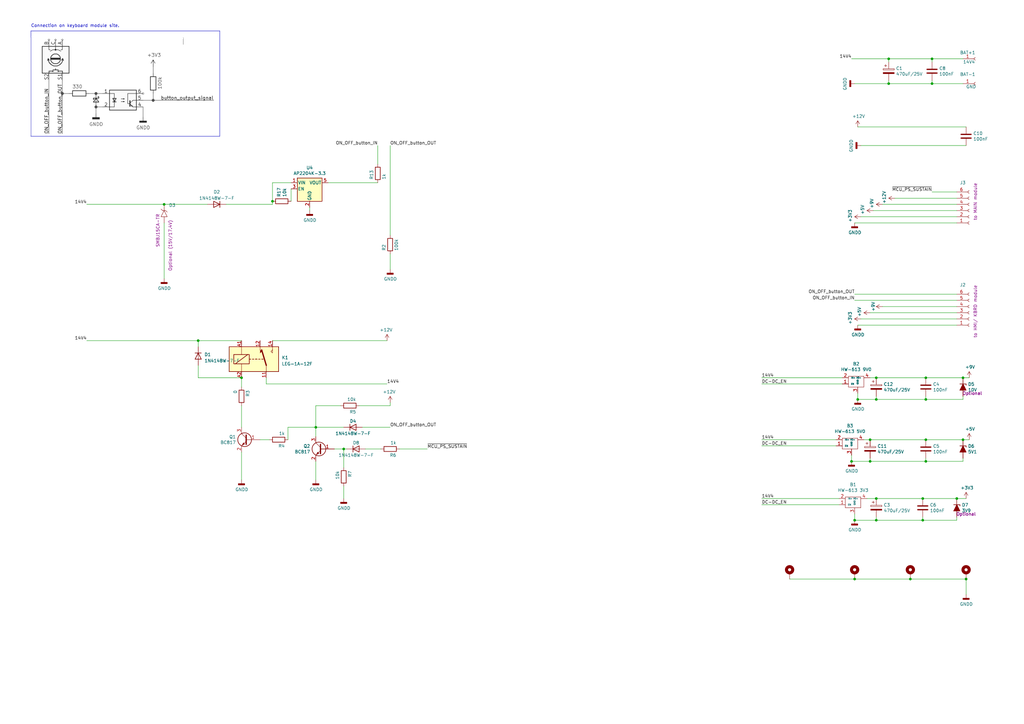
<source format=kicad_sch>
(kicad_sch (version 20230121) (generator eeschema)
  (paper "A3")
  (title_block (title "Power supply") (date "2021-03-03") (rev "1.0") (company "Dawid \"SileliS\" Bańkowski") (comment 1 "d.bankowski@gmail.com"))
  (lib_symbols
    (symbol "Connector:Conn_01x01_Female" (pin_names (offset 1.016) hide)
      (property "Reference" "J" (at 0 2.54 0))
      (property "Value" "Connector_Conn_01x01_Female" (at 0 -2.54 0))
      (symbol "Conn_01x01_Female_1_1"
        (polyline (pts (xy -1.27 0) (xy -0.508 0)) (stroke (width 0.1524)))
        (arc (start 0 0.508) (mid -0.5058 0) (end 0 -0.508) (stroke (width 0.1524)))
        (pin passive line (at -5.08 0 0) (length 3.81) (name "Pin_1") (number "1"))
      )
    )
    (symbol "Connector:Conn_01x06_Female" (pin_names (offset 1.016) hide)
      (property "Reference" "J" (at 0 7.62 0))
      (property "Value" "Connector_Conn_01x06_Female" (at 0 -10.16 0))
      (symbol "Conn_01x06_Female_1_1"
        (arc (start 0 -7.112) (mid -0.5058 -7.62) (end 0 -8.128) (stroke (width 0.1524)))
        (arc (start 0 -4.572) (mid -0.5058 -5.08) (end 0 -5.588) (stroke (width 0.1524)))
        (arc (start 0 -2.032) (mid -0.5058 -2.54) (end 0 -3.048) (stroke (width 0.1524)))
        (polyline (pts (xy -1.27 -7.62) (xy -0.508 -7.62)) (stroke (width 0.1524)))
        (polyline (pts (xy -1.27 -5.08) (xy -0.508 -5.08)) (stroke (width 0.1524)))
        (polyline (pts (xy -1.27 -2.54) (xy -0.508 -2.54)) (stroke (width 0.1524)))
        (polyline (pts (xy -1.27 0) (xy -0.508 0)) (stroke (width 0.1524)))
        (polyline (pts (xy -1.27 2.54) (xy -0.508 2.54)) (stroke (width 0.1524)))
        (polyline (pts (xy -1.27 5.08) (xy -0.508 5.08)) (stroke (width 0.1524)))
        (arc (start 0 0.508) (mid -0.5058 0) (end 0 -0.508) (stroke (width 0.1524)))
        (arc (start 0 3.048) (mid -0.5058 2.54) (end 0 2.032) (stroke (width 0.1524)))
        (arc (start 0 5.588) (mid -0.5058 5.08) (end 0 4.572) (stroke (width 0.1524)))
        (pin passive line (at -5.08 5.08 0) (length 3.81) (name "Pin_1") (number "1"))
        (pin passive line (at -5.08 2.54 0) (length 3.81) (name "Pin_2") (number "2"))
        (pin passive line (at -5.08 0 0) (length 3.81) (name "Pin_3") (number "3"))
        (pin passive line (at -5.08 -2.54 0) (length 3.81) (name "Pin_4") (number "4"))
        (pin passive line (at -5.08 -5.08 0) (length 3.81) (name "Pin_5") (number "5"))
        (pin passive line (at -5.08 -7.62 0) (length 3.81) (name "Pin_6") (number "6"))
      )
    )
    (symbol "Device:C" (pin_numbers hide) (pin_names (offset 0.254))
      (property "Reference" "C" (at 0.635 2.54 0))
      (property "Value" "C" (at 0.635 -2.54 0))
      (symbol "C_0_1"
        (polyline (pts (xy -2.032 -0.762) (xy 2.032 -0.762)) (stroke (width 0.508)))
        (polyline (pts (xy -2.032 0.762) (xy 2.032 0.762)) (stroke (width 0.508)))
      )
      (symbol "C_1_1"
        (pin passive line (at 0 3.81 270) (length 2.794) (name "~") (number "1"))
        (pin passive line (at 0 -3.81 90) (length 2.794) (name "~") (number "2"))
      )
    )
    (symbol "Device:CP" (pin_numbers hide) (pin_names (offset 0.254))
      (property "Reference" "C" (at 0.635 2.54 0))
      (property "Value" "Device_CP" (at 0.635 -2.54 0))
      (symbol "CP_0_1"
        (rectangle (start -2.286 0.508) (end 2.286 1.016))
        (polyline (pts (xy -1.778 2.286) (xy -0.762 2.286)))
        (polyline (pts (xy -1.27 2.794) (xy -1.27 1.778)))
        (rectangle (start 2.286 -0.508) (end -2.286 -1.016) (fill (type outline)))
      )
      (symbol "CP_1_1"
        (pin passive line (at 0 3.81 270) (length 2.794) (name "~") (number "1"))
        (pin passive line (at 0 -3.81 90) (length 2.794) (name "~") (number "2"))
      )
    )
    (symbol "Device:D_Zener_ALT" (pin_numbers hide) (pin_names (offset 1.016) hide)
      (property "Reference" "D" (at 0 2.54 0))
      (property "Value" "Device_D_Zener_ALT" (at 0 -2.54 0))
      (symbol "D_Zener_ALT_0_1"
        (polyline (pts (xy 1.27 0) (xy -1.27 0)))
        (polyline (pts (xy -1.27 -1.27) (xy -1.27 1.27) (xy -0.762 1.27)) (stroke (width 0.254)))
        (polyline (pts (xy 1.27 -1.27) (xy 1.27 1.27) (xy -1.27 0) (xy 1.27 -1.27)) (stroke (width 0.254)) (fill (type outline)))
      )
      (symbol "D_Zener_ALT_1_1"
        (pin passive line (at -3.81 0 0) (length 2.54) (name "K") (number "1"))
        (pin passive line (at 3.81 0 180) (length 2.54) (name "A") (number "2"))
      )
    )
    (symbol "Device:R" (pin_numbers hide) (pin_names (offset 0))
      (property "Reference" "R" (at 2.032 0 90))
      (property "Value" "R" (at 0 0 90))
      (symbol "R_0_1"
        (rectangle (start -1.016 -2.54) (end 1.016 2.54) (stroke (width 0.254)))
      )
      (symbol "R_1_1"
        (pin passive line (at 0 3.81 270) (length 1.27) (name "~") (number "1"))
        (pin passive line (at 0 -3.81 90) (length 1.27) (name "~") (number "2"))
      )
    )
    (symbol "Diode:1N4148W" (pin_numbers hide) (pin_names hide)
      (property "Reference" "D" (at 0 2.54 0))
      (property "Value" "1N4148W" (at 0 -2.54 0))
      (symbol "1N4148W_0_1"
        (polyline (pts (xy -1.27 1.27) (xy -1.27 -1.27)) (stroke (width 0.254)))
        (polyline (pts (xy 1.27 0) (xy -1.27 0)))
        (polyline (pts (xy 1.27 1.27) (xy 1.27 -1.27) (xy -1.27 0) (xy 1.27 1.27)) (stroke (width 0.254)))
      )
      (symbol "1N4148W_1_1"
        (pin passive line (at -3.81 0 0) (length 2.54) (name "K") (number "1"))
        (pin passive line (at 3.81 0 180) (length 2.54) (name "A") (number "2"))
      )
    )
    (symbol "Diode_TVS:DiodeTVS" (pin_numbers hide) (pin_names (offset 1.016))
      (property "Reference" "D" (at -1.27 3.175 0))
      (property "Value" "Diode_TVS_DiodeTVS" (at 0 -3.175 0))
      (symbol "DiodeTVS_0_1"
        (polyline (pts (xy 0 -0.635) (xy -0.635 -1.27)))
        (polyline (pts (xy 0 -0.635) (xy 0 0.635) (xy 0.635 1.27)))
        (polyline (pts (xy 0 0) (xy 2.54 -1.27) (xy 2.54 1.27) (xy 0 0)))
      )
      (symbol "DiodeTVS_1_1"
        (pin passive line (at -2.54 0 0) (length 2.54) (name "~") (number "1"))
        (pin passive line (at 5.08 0 180) (length 2.54) (name "~") (number "2"))
      )
    )
    (symbol "Mechanical:MountingHole_Pad" (pin_numbers hide) (pin_names (offset 1.016) hide)
      (property "Reference" "H" (at 0 6.35 0))
      (property "Value" "MountingHole_Pad" (at 0 4.445 0))
      (symbol "MountingHole_Pad_0_1"
        (circle (center 0 1.27) (radius 1.27) (stroke (width 1.27)))
      )
      (symbol "MountingHole_Pad_1_1"
        (pin input line (at 0 -2.54 90) (length 2.54) (name "1") (number "1"))
      )
    )
    (symbol "Regulator_Linear:AP2204K-3.3" (pin_names (offset 0.254))
      (property "Reference" "U" (at -5.08 5.715 0))
      (property "Value" "AP2204K-3.3" (at 0 5.715 0))
      (symbol "AP2204K-3.3_0_1"
        (rectangle (start -5.08 4.445) (end 5.08 -5.08) (stroke (width 0.254)) (fill (type background)))
      )
      (symbol "AP2204K-3.3_1_1"
        (pin power_in line (at -7.62 2.54 0) (length 2.54) (name "VIN") (number "1"))
        (pin power_in line (at 0 -7.62 90) (length 2.54) (name "GND") (number "2"))
        (pin input line (at -7.62 0 0) (length 2.54) (name "EN") (number "3"))
        (pin no_connect line (at 5.08 0 180) (length 2.54) hide (name "NC") (number "4"))
        (pin power_out line (at 7.62 2.54 180) (length 2.54) (name "VOUT") (number "5"))
      )
    )
    (symbol "Relay:FINDER-36.11"
      (property "Reference" "K" (at 11.43 3.81 0))
      (property "Value" "FINDER-36.11" (at 11.43 1.27 0))
      (symbol "FINDER-36.11_0_0"
        (polyline (pts (xy 2.54 3.81) (xy 2.54 5.08)))
        (polyline (pts (xy 7.62 3.81) (xy 7.62 5.08)))
        (polyline (pts (xy 7.62 3.81) (xy 7.62 2.54) (xy 6.985 3.175) (xy 7.62 3.81)))
      )
      (symbol "FINDER-36.11_0_1"
        (rectangle (start -10.16 5.08) (end 10.16 -5.08) (stroke (width 0.254)) (fill (type background)))
        (rectangle (start -8.255 1.905) (end -1.905 -1.905) (stroke (width 0.254)))
        (polyline (pts (xy -7.62 -1.905) (xy -2.54 1.905)) (stroke (width 0.254)))
        (polyline (pts (xy -5.08 -5.08) (xy -5.08 -1.905)))
        (polyline (pts (xy -5.08 5.08) (xy -5.08 1.905)))
        (polyline (pts (xy -1.905 0) (xy -1.27 0)) (stroke (width 0.254)))
        (polyline (pts (xy -0.635 0) (xy 0 0)) (stroke (width 0.254)))
        (polyline (pts (xy 0.635 0) (xy 1.27 0)) (stroke (width 0.254)))
        (polyline (pts (xy 0.635 0) (xy 1.27 0)) (stroke (width 0.254)))
        (polyline (pts (xy 1.905 0) (xy 2.54 0)) (stroke (width 0.254)))
        (polyline (pts (xy 3.175 0) (xy 3.81 0)) (stroke (width 0.254)))
        (polyline (pts (xy 5.08 -2.54) (xy 3.175 3.81)) (stroke (width 0.508)))
        (polyline (pts (xy 5.08 -2.54) (xy 5.08 -5.08)))
        (polyline (pts (xy 2.54 2.54) (xy 3.175 3.175) (xy 2.54 3.81)) (fill (type outline)))
      )
      (symbol "FINDER-36.11_1_1"
        (pin passive line (at 5.08 -7.62 90) (length 2.54) (name "~") (number "11"))
        (pin passive line (at 2.54 7.62 270) (length 2.54) (name "~") (number "12"))
        (pin passive line (at 7.62 7.62 270) (length 2.54) (name "~") (number "14"))
        (pin passive line (at -5.08 7.62 270) (length 2.54) (name "~") (number "A1"))
        (pin passive line (at -5.08 -7.62 90) (length 2.54) (name "~") (number "A2"))
      )
    )
    (symbol "Transistor_BJT:BC817" (pin_names (offset 0) hide)
      (property "Reference" "Q" (at 5.08 1.905 0))
      (property "Value" "BC817" (at 5.08 0 0))
      (symbol "BC817_0_1"
        (polyline (pts (xy 0.635 0.635) (xy 2.54 2.54)))
        (polyline (pts (xy 0.635 -0.635) (xy 2.54 -2.54) (xy 2.54 -2.54)))
        (polyline (pts (xy 0.635 1.905) (xy 0.635 -1.905) (xy 0.635 -1.905)) (stroke (width 0.508)))
        (polyline (pts (xy 1.27 -1.778) (xy 1.778 -1.27) (xy 2.286 -2.286) (xy 1.27 -1.778) (xy 1.27 -1.778)) (fill (type outline)))
        (circle (center 1.27 0) (radius 2.8194) (stroke (width 0.254)))
      )
      (symbol "BC817_1_1"
        (pin input line (at -5.08 0 0) (length 5.715) (name "B") (number "1"))
        (pin passive line (at 2.54 -5.08 90) (length 2.54) (name "E") (number "2"))
        (pin passive line (at 2.54 5.08 270) (length 2.54) (name "C") (number "3"))
      )
    )
    (symbol "breakout_SileliS:DC-DC_24V_Stepdown" (pin_names (offset 1.016))
      (property "Reference" "B" (at -1.905 3.81 0))
      (property "Value" "breakout_SileliS_DC-DC_24V_Stepdown" (at 12.7 -3.81 0))
      (symbol "DC-DC_24V_Stepdown_0_1"
        (rectangle (start -2.54 1.905) (end 3.81 -2.54))
      )
      (symbol "DC-DC_24V_Stepdown_1_1"
        (pin input line (at -5.08 -1.27 0) (length 2.54) (name "EN") (number "1"))
        (pin power_in line (at -5.08 1.27 0) (length 2.54) (name "IN+") (number "2"))
        (pin power_in line (at 1.27 -5.08 90) (length 2.54) (name "GND") (number "3"))
        (pin power_in line (at 6.35 1.27 180) (length 2.54) (name "VO+") (number "4"))
      )
    )
    (symbol "power:+12V" (power) (pin_names (offset 0))
      (property "Value" "+12V" (at 0 3.556 0))
      (symbol "+12V_0_1"
        (polyline (pts (xy -0.762 1.27) (xy 0 2.54)))
        (polyline (pts (xy 0 0) (xy 0 2.54)))
        (polyline (pts (xy 0 2.54) (xy 0.762 1.27)))
      )
      (symbol "+12V_1_1"
        (pin power_in line (at 0 0 90) (length 0) hide (name "+12V") (number "1"))
      )
    )
    (symbol "power:+3V3" (power) (pin_names (offset 0))
      (property "Value" "+3V3" (at 0 3.556 0))
      (symbol "+3V3_0_1"
        (polyline (pts (xy -0.762 1.27) (xy 0 2.54)))
        (polyline (pts (xy 0 0) (xy 0 2.54)))
        (polyline (pts (xy 0 2.54) (xy 0.762 1.27)))
      )
      (symbol "+3V3_1_1"
        (pin power_in line (at 0 0 90) (length 0) hide (name "+3V3") (number "1"))
      )
    )
    (symbol "power:+5V" (power) (pin_names (offset 0))
      (property "Value" "+5V" (at 0 3.556 0))
      (symbol "+5V_0_1"
        (polyline (pts (xy -0.762 1.27) (xy 0 2.54)))
        (polyline (pts (xy 0 0) (xy 0 2.54)))
        (polyline (pts (xy 0 2.54) (xy 0.762 1.27)))
      )
      (symbol "+5V_1_1"
        (pin power_in line (at 0 0 90) (length 0) hide (name "+5V") (number "1"))
      )
    )
    (symbol "power:+9V" (power) (pin_names (offset 0))
      (property "Value" "+9V" (at 0 3.556 0))
      (symbol "+9V_0_1"
        (polyline (pts (xy -0.762 1.27) (xy 0 2.54)))
        (polyline (pts (xy 0 0) (xy 0 2.54)))
        (polyline (pts (xy 0 2.54) (xy 0.762 1.27)))
      )
      (symbol "+9V_1_1"
        (pin power_in line (at 0 0 90) (length 0) hide (name "+9V") (number "1"))
      )
    )
    (symbol "power:GNDD" (power) (pin_names (offset 0))
      (property "Value" "GNDD" (at 0 -3.175 0))
      (symbol "GNDD_0_1"
        (rectangle (start -1.27 -1.524) (end 1.27 -2.032) (stroke (width 0.254)) (fill (type outline)))
        (polyline (pts (xy 0 0) (xy 0 -1.524)))
      )
      (symbol "GNDD_1_1"
        (pin power_in line (at 0 0 270) (length 0) hide (name "GNDD") (number "1"))
      )
    )
  )
  (junction (at 129.54 175.26))
  (junction (at 394.97 180.34))
  (junction (at 359.41 213.36))
  (junction (at 379.73 154.94))
  (junction (at 382.27 34.29))
  (junction (at 364.49 24.13))
  (junction (at 364.49 34.29))
  (junction (at 359.41 204.47))
  (junction (at 392.43 204.47))
  (junction (at 378.46 213.36))
  (junction (at 349.25 189.23))
  (junction (at 350.52 237.49))
  (junction (at 351.79 163.83))
  (junction (at 378.46 204.47))
  (junction (at 379.73 180.34))
  (junction (at 99.06 154.94))
  (junction (at 356.87 189.23))
  (junction (at 396.24 237.49))
  (junction (at 382.27 24.13))
  (junction (at 67.31 83.82))
  (junction (at 379.73 163.83))
  (junction (at 394.97 154.94))
  (junction (at 350.52 213.36))
  (junction (at 140.97 184.15))
  (junction (at 359.41 154.94))
  (junction (at 359.41 163.83))
  (junction (at 111.76 82.55))
  (junction (at 81.28 139.7))
  (junction (at 356.87 180.34))
  (junction (at 379.73 189.23))
  (junction (at 373.38 237.49))
  (wire (pts (xy 394.97 34.29) (xy 382.27 34.29)))
  (wire (pts (xy 137.16 184.15) (xy 140.97 184.15)))
  (wire (pts (xy 140.97 199.39) (xy 140.97 204.47)))
  (wire (pts (xy 364.49 24.13) (xy 382.27 24.13)))
  (wire (pts (xy 344.17 207.01) (xy 312.42 207.01)))
  (wire (pts (xy 349.25 24.13) (xy 364.49 24.13)))
  (wire (pts (xy 67.31 114.3) (xy 67.31 91.44)))
  (wire (pts (xy 356.87 180.34) (xy 379.73 180.34)))
  (wire (pts (xy 99.06 166.37) (xy 99.06 175.26)))
  (wire (pts (xy 140.97 184.15) (xy 142.24 184.15)))
  (wire (pts (xy 394.97 180.34) (xy 397.51 180.34)))
  (wire (pts (xy 129.54 175.26) (xy 129.54 179.07)))
  (wire (pts (xy 359.41 212.09) (xy 359.41 213.36)))
  (wire (pts (xy 99.06 154.94) (xy 99.06 158.75)))
  (wire (pts (xy 139.7 166.37) (xy 129.54 166.37)))
  (polyline (pts (xy 90.17 55.88) (xy 12.7 55.88)))
  (wire (pts (xy 106.68 180.34) (xy 110.49 180.34)))
  (wire (pts (xy 364.49 33.02) (xy 364.49 34.29)))
  (polyline (pts (xy 12.7 12.7) (xy 90.17 12.7)))
  (wire (pts (xy 99.06 185.42) (xy 99.06 196.85)))
  (wire (pts (xy 349.25 189.23) (xy 349.25 186.69)))
  (wire (pts (xy 350.52 213.36) (xy 359.41 213.36)))
  (wire (pts (xy 392.43 91.44) (xy 350.52 91.44)))
  (wire (pts (xy 349.25 189.23) (xy 356.87 189.23)))
  (wire (pts (xy 81.28 139.7) (xy 99.06 139.7)))
  (wire (pts (xy 382.27 33.02) (xy 382.27 34.29)))
  (wire (pts (xy 109.22 157.48) (xy 158.75 157.48)))
  (wire (pts (xy 312.42 154.94) (xy 345.44 154.94)))
  (wire (pts (xy 382.27 78.74) (xy 392.43 78.74)))
  (wire (pts (xy 359.41 154.94) (xy 379.73 154.94)))
  (wire (pts (xy 129.54 196.85) (xy 129.54 189.23)))
  (wire (pts (xy 154.94 59.69) (xy 154.94 67.31)))
  (wire (pts (xy 378.46 204.47) (xy 392.43 204.47)))
  (wire (pts (xy 353.06 130.81) (xy 392.43 130.81)))
  (wire (pts (xy 373.38 237.49) (xy 396.24 237.49)))
  (wire (pts (xy 356.87 187.96) (xy 356.87 189.23)))
  (wire (pts (xy 356.87 154.94) (xy 359.41 154.94)))
  (wire (pts (xy 140.97 184.15) (xy 140.97 191.77)))
  (wire (pts (xy 119.38 77.47) (xy 119.38 82.55)))
  (wire (pts (xy 354.33 180.34) (xy 356.87 180.34)))
  (wire (pts (xy 379.73 189.23) (xy 394.97 189.23)))
  (wire (pts (xy 129.54 166.37) (xy 129.54 175.26)))
  (wire (pts (xy 392.43 212.09) (xy 392.43 213.36)))
  (wire (pts (xy 359.41 162.56) (xy 359.41 163.83)))
  (wire (pts (xy 160.02 59.69) (xy 160.02 96.52)))
  (wire (pts (xy 353.06 59.69) (xy 396.24 59.69)))
  (wire (pts (xy 129.54 175.26) (xy 140.97 175.26)))
  (wire (pts (xy 127 85.09) (xy 127 86.36)))
  (wire (pts (xy 109.22 157.48) (xy 109.22 154.94)))
  (wire (pts (xy 379.73 187.96) (xy 379.73 189.23)))
  (wire (pts (xy 378.46 204.47) (xy 359.41 204.47)))
  (wire (pts (xy 111.76 139.7) (xy 158.75 139.7)))
  (wire (pts (xy 134.62 74.93) (xy 154.94 74.93)))
  (wire (pts (xy 160.02 175.26) (xy 148.59 175.26)))
  (wire (pts (xy 351.79 163.83) (xy 351.79 161.29)))
  (wire (pts (xy 364.49 24.13) (xy 364.49 25.4)))
  (wire (pts (xy 160.02 104.14) (xy 160.02 110.49)))
  (wire (pts (xy 345.44 157.48) (xy 312.42 157.48)))
  (wire (pts (xy 379.73 180.34) (xy 394.97 180.34)))
  (wire (pts (xy 394.97 163.83) (xy 379.73 163.83)))
  (wire (pts (xy 359.41 204.47) (xy 355.6 204.47)))
  (wire (pts (xy 396.24 243.84) (xy 396.24 237.49)))
  (wire (pts (xy 394.97 154.94) (xy 397.51 154.94)))
  (wire (pts (xy 350.52 120.65) (xy 392.43 120.65)))
  (wire (pts (xy 67.31 83.82) (xy 85.09 83.82)))
  (wire (pts (xy 351.79 52.07) (xy 396.24 52.07)))
  (wire (pts (xy 118.11 175.26) (xy 129.54 175.26)))
  (wire (pts (xy 350.52 213.36) (xy 350.52 210.82)))
  (wire (pts (xy 35.56 83.82) (xy 67.31 83.82)))
  (wire (pts (xy 378.46 212.09) (xy 378.46 213.36)))
  (wire (pts (xy 81.28 139.7) (xy 81.28 142.24)))
  (wire (pts (xy 394.97 189.23) (xy 394.97 187.96)))
  (wire (pts (xy 394.97 162.56) (xy 394.97 163.83)))
  (polyline (pts (xy 90.17 12.7) (xy 90.17 55.88)))
  (wire (pts (xy 353.06 88.9) (xy 392.43 88.9)))
  (polyline (pts (xy 12.7 55.88) (xy 12.7 12.7)))
  (wire (pts (xy 382.27 24.13) (xy 394.97 24.13)))
  (wire (pts (xy 312.42 204.47) (xy 344.17 204.47)))
  (wire (pts (xy 147.32 166.37) (xy 160.02 166.37)))
  (wire (pts (xy 361.95 83.82) (xy 392.43 83.82)))
  (wire (pts (xy 111.76 82.55) (xy 111.76 83.82)))
  (wire (pts (xy 356.87 128.27) (xy 392.43 128.27)))
  (wire (pts (xy 358.14 86.36) (xy 392.43 86.36)))
  (wire (pts (xy 342.9 182.88) (xy 312.42 182.88)))
  (wire (pts (xy 379.73 162.56) (xy 379.73 163.83)))
  (wire (pts (xy 149.86 184.15) (xy 156.21 184.15)))
  (wire (pts (xy 163.83 184.15) (xy 175.26 184.15)))
  (wire (pts (xy 351.79 163.83) (xy 359.41 163.83)))
  (wire (pts (xy 119.38 74.93) (xy 111.76 74.93)))
  (wire (pts (xy 350.52 123.19) (xy 392.43 123.19)))
  (wire (pts (xy 350.52 237.49) (xy 373.38 237.49)))
  (wire (pts (xy 312.42 180.34) (xy 342.9 180.34)))
  (wire (pts (xy 392.43 133.35) (xy 351.79 133.35)))
  (wire (pts (xy 392.43 213.36) (xy 378.46 213.36)))
  (wire (pts (xy 379.73 154.94) (xy 394.97 154.94)))
  (wire (pts (xy 35.56 139.7) (xy 81.28 139.7)))
  (wire (pts (xy 382.27 24.13) (xy 382.27 25.4)))
  (wire (pts (xy 359.41 163.83) (xy 379.73 163.83)))
  (wire (pts (xy 111.76 74.93) (xy 111.76 82.55)))
  (wire (pts (xy 361.95 125.73) (xy 392.43 125.73)))
  (wire (pts (xy 160.02 166.37) (xy 160.02 165.1)))
  (wire (pts (xy 81.28 149.86) (xy 81.28 154.94)))
  (wire (pts (xy 92.71 83.82) (xy 111.76 83.82)))
  (wire (pts (xy 81.28 154.94) (xy 99.06 154.94)))
  (wire (pts (xy 356.87 189.23) (xy 379.73 189.23)))
  (wire (pts (xy 359.41 213.36) (xy 378.46 213.36)))
  (wire (pts (xy 364.49 34.29) (xy 350.52 34.29)))
  (wire (pts (xy 367.03 81.28) (xy 392.43 81.28)))
  (wire (pts (xy 118.11 175.26) (xy 118.11 180.34)))
  (wire (pts (xy 382.27 34.29) (xy 364.49 34.29)))
  (wire (pts (xy 323.85 237.49) (xy 350.52 237.49)))
  (wire (pts (xy 392.43 204.47) (xy 396.24 204.47)))
  (image (at 50.8 35.56))
  (text "Connection on keyboard module site." (at 12.7 11.43 0) (effects (font (size 1.27 1.27)) (justify left bottom)))
  (label "14V4" (at 35.56 83.82 180))
  (label "DC-DC_EN" (at 312.42 182.88 0))
  (label "14V4" (at 158.75 157.48 0))
  (label "ON_OFF_button_IN" (at 154.94 59.69 180))
  (label "ON_OFF_button_OUT" (at 350.52 120.65 180))
  (label "~{MCU_PS_SUSTAIN}" (at 175.26 184.15 0))
  (label "14V4" (at 312.42 180.34 0))
  (label "ON_OFF_button_IN" (at 350.52 123.19 180))
  (label "DC-DC_EN" (at 312.42 207.01 0))
  (label "14V4" (at 35.56 139.7 180))
  (label "DC-DC_EN" (at 312.42 157.48 0))
  (label "14V4" (at 312.42 204.47 0))
  (label "14V4" (at 349.25 24.13 180))
  (label "ON_OFF_button_OUT" (at 160.02 59.69 0))
  (label "14V4" (at 312.42 154.94 0))
  (label "~{MCU_PS_SUSTAIN}" (at 382.27 78.74 180))
  (label "ON_OFF_button_OUT" (at 160.02 175.26 0))
  (symbol (lib_id "power:GNDD") (at 350.52 34.29 270) (unit 1)
    (property "Reference" "#PWR019" (effects hide))
    (property "Value" "GNDD" (at 346.583 34.3916 0))
  )
  (symbol (lib_id "Connector:Conn_01x01_Female") (at 400.05 24.13 0) (unit 1)
    (property "Reference" "BAT+1" (at 400.05 21.59 0) (effects (justify right)))
    (property "Value" "14V4" (at 394.97 25.4 0) (effects (justify left)))
    (property "Footprint" "TestPoint:TestPoint_Keystone_5019_Minature" (effects hide))
    (property "Manufacturer" "n/a" (effects hide))
    (property "JLCPBC" "n/a" (effects hide))
    (property "Manufacturer no." "n/a" (effects hide))
    (property "Module" "power supply" (effects hide))
    (property "TME no." "n/a" (effects hide))
  )
  (symbol (lib_id "Device:D_Zener_ALT") (at 394.97 158.75 270) (unit 1)
    (property "Reference" "D5" (at 397.002 157.5816 90) (effects (justify left)))
    (property "Value" "10V" (at 397.002 159.893 90) (effects (justify left)))
    (property "Footprint" "Diode_SMD:D_SOD-323_HandSoldering" (effects hide))
    (property "Manufacturer" "NEXPERIA" (effects hide))
    (property "Manufacturer no." "PDZ10B-QZ" (effects hide))
    (property "Module" "power supply" (effects hide))
    (property "TME no." "PDZ10B-QZ" (effects hide))
    (property "Remarks" "Optional" (at 398.78 161.29 90))
  )
  (symbol (lib_id "Device:D_Zener_ALT") (at 392.43 208.28 270) (unit 1)
    (property "Reference" "D7" (at 394.462 207.1116 90) (effects (justify left)))
    (property "Value" "3V9" (at 394.462 209.423 90) (effects (justify left)))
    (property "Footprint" "Diode_SMD:D_SOD-123" (effects hide))
    (property "JLCPBC" "C107594" (effects hide))
    (property "Module" "power supply" (effects hide))
    (property "TME no." "BZT52C3V9-DC" (effects hide))
    (property "Remarks" "Optional" (at 396.24 210.82 90))
  )
  (symbol (lib_id "Connector:Conn_01x01_Female") (at 400.05 34.29 0) (unit 1)
    (property "Reference" "BAT-1" (at 400.05 30.48 0) (effects (justify right)))
    (property "Value" "GND" (at 396.24 35.56 0) (effects (justify left)))
    (property "Footprint" "TestPoint:TestPoint_Keystone_5019_Minature" (effects hide))
    (property "JLCPBC" "n/a" (effects hide))
    (property "Manufacturer" "n/a" (effects hide))
    (property "Manufacturer no." "n/a" (effects hide))
    (property "Module" "power supply" (effects hide))
    (property "TME no." "n/a" (effects hide))
  )
  (symbol (lib_id "breakout_SileliS:DC-DC_24V_Stepdown") (at 350.52 156.21 0) (unit 1)
    (property "Reference" "B2" (at 351.155 149.225 0))
    (property "Value" "HW-613 9V0" (at 351.155 151.5364 0))
    (property "Footprint" "breakot_SileliS:DC-DC_24V_Stepdown_brekout_vertical" (effects hide))
    (property "Manufacturer" "AliExpress" (effects hide))
    (property "Module" "power supply" (effects hide))
    (property "TME no." "n/a" (effects hide))
  )
  (symbol (lib_id "Device:R") (at 154.94 71.12 180) (unit 1)
    (property "Reference" "R13" (at 152.4 73.66 90) (effects (justify right)))
    (property "Value" "1k" (at 157.48 73.66 90) (effects (justify right)))
    (property "Footprint" "Resistor_SMD:R_0603_1608Metric" (effects hide))
    (property "Module" "power supply" (effects hide))
    (property "TME no." "CRG0603F1K0" (effects hide))
  )
  (symbol (lib_id "breakout_SileliS:DC-DC_24V_Stepdown") (at 347.98 181.61 0) (unit 1)
    (property "Reference" "B3" (at 348.615 174.625 0))
    (property "Value" "HW-613 5V0" (at 348.615 176.9364 0))
    (property "Footprint" "breakot_SileliS:DC-DC_24V_Stepdown_brekout_vertical" (effects hide))
    (property "Manufacturer" "AliExpress" (effects hide))
    (property "Module" "power supply" (effects hide))
    (property "TME no." "n/a" (effects hide))
  )
  (symbol (lib_id "breakout_SileliS:DC-DC_24V_Stepdown") (at 349.25 205.74 0) (unit 1)
    (property "Reference" "B1" (at 349.885 198.755 0))
    (property "Value" "HW-613 3V3" (at 349.885 201.0664 0))
    (property "Footprint" "breakot_SileliS:DC-DC_24V_Stepdown_brekout_vertical" (effects hide))
    (property "Manufacturer" "AliExpress" (effects hide))
    (property "Module" "power supply" (effects hide))
    (property "TME no." "n/a" (effects hide))
  )
  (symbol (lib_id "power:GNDD") (at 351.79 163.83 0) (unit 1)
    (property "Reference" "#PWR09" (effects hide))
    (property "Value" "GNDD" (at 351.8916 167.767 0))
  )
  (symbol (lib_id "power:GNDD") (at 349.25 189.23 0) (unit 1)
    (property "Reference" "#PWR010" (effects hide))
    (property "Value" "GNDD" (at 349.3516 193.167 0))
  )
  (symbol (lib_id "power:GNDD") (at 350.52 213.36 0) (unit 1)
    (property "Reference" "#PWR08" (effects hide))
    (property "Value" "GNDD" (at 350.6216 217.297 0))
  )
  (symbol (lib_id "Device:C") (at 382.27 29.21 0) (unit 1)
    (property "Reference" "C8" (at 385.191 28.0416 0) (effects (justify left)))
    (property "Value" "100nF" (at 385.191 30.353 0) (effects (justify left)))
    (property "Footprint" "Capacitor_SMD:C_0603_1608Metric" (effects hide))
    (property "Module" "power supply" (effects hide))
    (property "TME no." "0603F104Z250CT" (effects hide))
  )
  (symbol (lib_id "Device:C") (at 379.73 158.75 0) (unit 1)
    (property "Reference" "C4" (at 382.651 157.5816 0) (effects (justify left)))
    (property "Value" "100nF" (at 382.651 159.893 0) (effects (justify left)))
    (property "Footprint" "Capacitor_SMD:C_0603_1608Metric" (effects hide))
    (property "Module" "power supply" (effects hide))
    (property "TME no." "0603F104Z250CT" (effects hide))
  )
  (symbol (lib_id "Device:C") (at 379.73 184.15 0) (unit 1)
    (property "Reference" "C5" (at 382.651 182.9816 0) (effects (justify left)))
    (property "Value" "100nF" (at 382.651 185.293 0) (effects (justify left)))
    (property "Footprint" "Capacitor_SMD:C_0603_1608Metric" (effects hide))
    (property "Module" "power supply" (effects hide))
    (property "TME no." "0603F104Z250CT" (effects hide))
  )
  (symbol (lib_id "Device:C") (at 378.46 208.28 0) (unit 1)
    (property "Reference" "C6" (at 381.381 207.1116 0) (effects (justify left)))
    (property "Value" "100nF" (at 381.381 209.423 0) (effects (justify left)))
    (property "Footprint" "Capacitor_SMD:C_0603_1608Metric" (effects hide))
    (property "Module" "power supply" (effects hide))
    (property "TME no." "0603F104Z250CT" (effects hide))
  )
  (symbol (lib_id "Mechanical:MountingHole_Pad") (at 323.85 234.95 0) (unit 1)
    (property "Reference" "H1" (effects hide))
    (property "Value" "MountingHole_Pad" (effects hide))
    (property "Footprint" "MountingHole:MountingHole_3.2mm_M3_DIN965_Pad" (effects hide))
    (property "Module" "power supply" (effects hide))
    (property "JLCPBC" "n/a" (effects hide))
    (property "Manufacturer" "n/a" (effects hide))
    (property "Manufacturer no." "n/a" (effects hide))
    (property "TME no." "n/a" (effects hide))
  )
  (symbol (lib_id "power:GNDD") (at 67.31 114.3 0) (unit 1)
    (property "Reference" "#PWR0111" (effects hide))
    (property "Value" "GNDD" (at 67.4116 118.237 0))
  )
  (symbol (lib_id "power:GNDD") (at 396.24 243.84 0) (unit 1)
    (property "Reference" "#PWR05" (effects hide))
    (property "Value" "GNDD" (at 396.3416 247.777 0))
  )
  (symbol (lib_id "Device:CP") (at 359.41 208.28 0) (unit 1)
    (property "Reference" "C3" (at 362.4072 207.1116 0) (effects (justify left)))
    (property "Value" "470uF/25V" (at 362.4072 209.423 0) (effects (justify left)))
    (property "Footprint" "Capacitor_SMD:CP_Elec_8x10" (effects hide))
    (property "Module" "power supply" (effects hide))
    (property "TME no." "EEEFT1E471AP" (effects hide))
  )
  (symbol (lib_id "power:+9V") (at 397.51 154.94 0) (unit 1)
    (property "Reference" "#PWR014" (effects hide))
    (property "Value" "+9V" (at 397.891 150.5458 0))
  )
  (symbol (lib_id "power:+3V3") (at 396.24 204.47 0) (unit 1)
    (property "Reference" "#PWR012" (effects hide))
    (property "Value" "+3V3" (at 396.621 200.0758 0))
  )
  (symbol (lib_id "power:+5V") (at 397.51 180.34 0) (unit 1)
    (property "Reference" "#PWR015" (effects hide))
    (property "Value" "+5V" (at 397.891 175.9458 0))
  )
  (symbol (lib_id "Mechanical:MountingHole_Pad") (at 350.52 234.95 0) (unit 1)
    (property "Reference" "H2" (effects hide))
    (property "Value" "MountingHole_Pad" (effects hide))
    (property "Footprint" "MountingHole:MountingHole_3.2mm_M3_DIN965_Pad" (effects hide))
    (property "Module" "power supply" (effects hide))
    (property "JLCPBC" "n/a" (effects hide))
    (property "Manufacturer" "n/a" (effects hide))
    (property "Manufacturer no." "n/a" (effects hide))
    (property "TME no." "n/a" (effects hide))
  )
  (symbol (lib_id "Mechanical:MountingHole_Pad") (at 373.38 234.95 0) (unit 1)
    (property "Reference" "H3" (effects hide))
    (property "Value" "MountingHole_Pad" (effects hide))
    (property "Footprint" "MountingHole:MountingHole_3.2mm_M3_DIN965_Pad" (effects hide))
    (property "Module" "power supply" (effects hide))
    (property "JLCPBC" "n/a" (effects hide))
    (property "Manufacturer" "n/a" (effects hide))
    (property "Manufacturer no." "n/a" (effects hide))
    (property "TME no." "n/a" (effects hide))
  )
  (symbol (lib_id "Mechanical:MountingHole_Pad") (at 396.24 234.95 0) (unit 1)
    (property "Reference" "H4" (effects hide))
    (property "Value" "MountingHole_Pad" (effects hide))
    (property "Footprint" "MountingHole:MountingHole_3.2mm_M3_DIN965_Pad" (effects hide))
    (property "Module" "power supply" (effects hide))
    (property "JLCPBC" "n/a" (effects hide))
    (property "Manufacturer" "n/a" (effects hide))
    (property "Manufacturer no." "n/a" (effects hide))
    (property "TME no." "n/a" (effects hide))
  )
  (symbol (lib_id "Diode_TVS:DiodeTVS") (at 67.31 86.36 270) (unit 1)
    (property "Reference" "D3" (at 69.2912 84.1502 90) (effects (justify left)))
    (property "Value" "15V/17.4V" (effects hide))
    (property "Footprint" "Diode_SMD:D_SMB" (effects hide))
    (property "Datasheet" "https://www.tme.eu/Document/f79e52be37eda8d949b8429f331b0dcd/SMBJ-st.pdf" (effects hide))
    (property "TME no." "SMBJ15CA-TR" (effects hide))
    (property "JLCPBC" "C133673" (effects hide))
    (property "Manufacturer no." "SMBJ15CA-TR" (at 64.77 87.63 0) (effects (justify left)))
    (property "Remarks" "Optional (15V/17.4V)" (at 69.85 90.17 0) (effects (justify left)))
    (property "Module" "power supply" (effects hide))
    (property "Manufacturer" "STMicroelectronics" (effects hide))
  )
  (symbol (lib_id "Device:D_Zener_ALT") (at 394.97 184.15 270) (unit 1)
    (property "Reference" "D6" (at 397.002 182.9816 90) (effects (justify left)))
    (property "Value" "5V1" (at 397.002 185.293 90) (effects (justify left)))
    (property "Footprint" "Diode_SMD:D_SOD-323_HandSoldering" (effects hide))
    (property "JLCPBC" "C152524" (effects hide))
    (property "Manufacturer" "ONSEMI" (effects hide))
    (property "Manufacturer no." "MM3Z5V1ST1G" (effects hide))
    (property "Module" "power supply" (effects hide))
    (property "TME no." "MM3Z5V1ST1G" (effects hide))
    (property "Remarks" "Optional" (effects hide))
  )
  (symbol (lib_id "power:GNDD") (at 351.79 133.35 0) (unit 1)
    (property "Reference" "#PWR0101" (effects hide))
    (property "Value" "GNDD" (at 351.8916 137.287 0))
  )
  (symbol (lib_id "power:+3V3") (at 353.06 130.81 90) (unit 1)
    (property "Reference" "#PWR0102" (effects hide))
    (property "Value" "+3V3" (at 348.6658 130.429 0))
  )
  (symbol (lib_id "power:+5V") (at 356.87 128.27 90) (unit 1)
    (property "Reference" "#PWR0103" (effects hide))
    (property "Value" "+5V" (at 352.4758 127.889 0))
  )
  (symbol (lib_id "Regulator_Linear:AP2204K-3.3") (at 127 77.47 0) (unit 1)
    (property "Reference" "U4" (at 127 68.7832 0))
    (property "Value" "AP2204K-3.3" (at 127 71.0946 0))
    (property "Footprint" "Package_TO_SOT_SMD:SOT-23-5" (effects hide))
    (property "Datasheet" "https://www.diodes.com/assets/Datasheets/AP2204.pdf" (effects hide))
    (property "Module" "power supply" (effects hide))
    (property "TME no." "AP2204K-3.3TRG1" (effects hide))
    (property "JLCPBC" "C112032" (effects hide))
    (property "Manufacturer" "DIODES Incorporated" (effects hide))
    (property "Manufacturer no." "AP2204K-3.3TRG1" (effects hide))
  )
  (symbol (lib_id "power:GNDD") (at 127 86.36 0) (unit 1)
    (property "Reference" "#PWR0118" (effects hide))
    (property "Value" "GNDD" (at 127.1016 90.297 0))
  )
  (symbol (lib_id "power:GNDD") (at 350.52 91.44 0) (unit 1)
    (property "Reference" "#PWR0105" (effects hide))
    (property "Value" "GNDD" (at 350.6216 95.377 0))
  )
  (symbol (lib_id "power:+3V3") (at 353.06 88.9 90) (unit 1)
    (property "Reference" "#PWR0106" (effects hide))
    (property "Value" "+3V3" (at 348.6658 88.519 0))
  )
  (symbol (lib_id "power:+5V") (at 358.14 86.36 90) (unit 1)
    (property "Reference" "#PWR0107" (effects hide))
    (property "Value" "+5V" (at 353.7458 85.979 0))
  )
  (symbol (lib_id "power:+12V") (at 367.03 81.28 90) (unit 1)
    (property "Reference" "#PWR0108" (effects hide))
    (property "Value" "+12V" (at 362.6358 80.899 0))
  )
  (symbol (lib_id "power:+9V") (at 361.95 83.82 90) (unit 1)
    (property "Reference" "#PWR0109" (effects hide))
    (property "Value" "+9V" (at 357.5558 83.439 0))
  )
  (symbol (lib_id "Device:C") (at 396.24 55.88 0) (unit 1)
    (property "Reference" "C10" (at 399.161 54.7116 0) (effects (justify left)))
    (property "Value" "100nF" (at 399.161 57.023 0) (effects (justify left)))
    (property "Footprint" "Capacitor_SMD:C_0603_1608Metric" (effects hide))
    (property "Module" "power supply" (effects hide))
    (property "TME no." "0603F104Z250CT" (effects hide))
  )
  (symbol (lib_id "power:GNDD") (at 353.06 59.69 270) (unit 1)
    (property "Reference" "#PWR0114" (effects hide))
    (property "Value" "GNDD" (at 349.123 59.7916 0))
  )
  (symbol (lib_id "power:+12V") (at 351.79 52.07 0) (unit 1)
    (property "Reference" "#PWR0115" (effects hide))
    (property "Value" "+12V" (at 352.171 47.6758 0))
  )
  (symbol (lib_id "power:+9V") (at 361.95 125.73 90) (unit 1)
    (property "Reference" "#PWR0104" (effects hide))
    (property "Value" "+9V" (at 358.14 125.73 0))
  )
  (symbol (lib_id "Device:R") (at 99.06 162.56 0) (unit 1)
    (property "Reference" "R3" (at 101.6 160.02 90) (effects (justify right)))
    (property "Value" "0" (at 96.52 160.02 90) (effects (justify right)))
    (property "Footprint" "Resistor_SMD:R_0603_1608Metric" (effects hide))
    (property "Module" "power supply" (effects hide))
    (property "TME no." "CRG0603F1K0" (effects hide))
  )
  (symbol (lib_id "Transistor_BJT:BC817") (at 101.6 180.34 0) (mirror y) (unit 1)
    (property "Reference" "Q1" (at 96.7486 179.1716 0) (effects (justify left)))
    (property "Value" "BC817" (at 96.7486 181.483 0) (effects (justify left)))
    (property "Footprint" "Package_TO_SOT_SMD:SOT-23" (effects hide))
    (property "Datasheet" "https://www.onsemi.com/pub/Collateral/BC818-D.pdf" (effects hide))
    (property "Module" "power supply" (effects hide))
    (property "JLCPBC" "C8589" (effects hide))
    (property "TME no." "BC817-16-DIO" (effects hide))
  )
  (symbol (lib_id "Device:R") (at 115.57 82.55 270) (unit 1)
    (property "Reference" "R17" (at 114.4016 80.772 0) (effects (justify right)))
    (property "Value" "10k" (at 116.713 80.772 0) (effects (justify right)))
    (property "Footprint" "Resistor_SMD:R_0603_1608Metric" (effects hide))
    (property "Module" "power supply" (effects hide))
    (property "TME no." "RC0603FR-1310KL" (effects hide))
  )
  (symbol (lib_id "Device:R") (at 160.02 100.33 180) (unit 1)
    (property "Reference" "R2" (at 157.48 102.87 90) (effects (justify right)))
    (property "Value" "100k" (at 162.56 102.87 90) (effects (justify right)))
    (property "Footprint" "Resistor_SMD:R_0603_1608Metric" (effects hide))
    (property "Module" "power supply" (effects hide))
    (property "TME no." "CRG0603F1K0" (effects hide))
  )
  (symbol (lib_id "Device:CP") (at 356.87 184.15 0) (unit 1)
    (property "Reference" "C11" (at 359.8672 182.9816 0) (effects (justify left)))
    (property "Value" "470uF/25V" (at 359.8672 185.293 0) (effects (justify left)))
    (property "Footprint" "Capacitor_SMD:CP_Elec_8x10" (effects hide))
    (property "Module" "power supply" (effects hide))
    (property "TME no." "EEEFT1E471AP" (effects hide))
  )
  (symbol (lib_id "Diode:1N4148W") (at 88.9 83.82 180) (unit 1)
    (property "Reference" "D2" (at 88.9 78.74 0))
    (property "Value" "1N4148W-7-F" (at 88.9 81.28 0))
    (property "Footprint" "Diode_SMD:D_SOD-123" (effects hide))
    (property "Datasheet" "https://www.vishay.com/docs/85748/1n4148w.pdf" (effects hide))
    (property "TME no." "1N4148W-7-F" (effects hide))
    (property "Manufacturer" "Diodes Incorporated" (effects hide))
    (property "Manufacturer no." "1N4148W-7-F" (effects hide))
    (property "Sim.Device" "D" (effects hide))
    (property "Sim.Pins" "1=K 2=A" (effects hide))
    (property "Module" "power supply" (effects hide))
  )
  (symbol (lib_id "power:GNDD") (at 140.97 204.47 0) (unit 1)
    (property "Reference" "#PWR07" (effects hide))
    (property "Value" "GNDD" (at 141.0716 208.407 0))
  )
  (symbol (lib_id "Device:R") (at 114.3 180.34 270) (unit 1)
    (property "Reference" "R4" (at 116.84 182.88 90) (effects (justify right)))
    (property "Value" "1k" (at 116.84 177.8 90) (effects (justify right)))
    (property "Footprint" "Resistor_SMD:R_0603_1608Metric" (effects hide))
    (property "Module" "power supply" (effects hide))
    (property "TME no." "CRG0603F1K0" (effects hide))
  )
  (symbol (lib_id "Device:R") (at 140.97 195.58 0) (unit 1)
    (property "Reference" "R7" (at 143.51 193.04 90) (effects (justify right)))
    (property "Value" "10k" (at 138.43 193.04 90) (effects (justify right)))
    (property "Footprint" "Resistor_SMD:R_0603_1608Metric" (effects hide))
    (property "Module" "power supply" (effects hide))
    (property "TME no." "CRG0603F1K0" (effects hide))
  )
  (symbol (lib_id "power:GNDD") (at 160.02 110.49 0) (unit 1)
    (property "Reference" "#PWR02" (effects hide))
    (property "Value" "GNDD" (at 160.1216 114.427 0))
  )
  (symbol (lib_id "Device:CP") (at 364.49 29.21 0) (unit 1)
    (property "Reference" "C1" (at 367.4872 28.0416 0) (effects (justify left)))
    (property "Value" "470uF/25V" (at 367.4872 30.353 0) (effects (justify left)))
    (property "Footprint" "Capacitor_SMD:CP_Elec_8x10" (effects hide))
    (property "Module" "power supply" (effects hide))
    (property "TME no." "EEEFT1E471AP" (effects hide))
  )
  (symbol (lib_id "Device:R") (at 143.51 166.37 270) (unit 1)
    (property "Reference" "R5" (at 146.05 168.91 90) (effects (justify right)))
    (property "Value" "10k" (at 146.05 163.83 90) (effects (justify right)))
    (property "Footprint" "Resistor_SMD:R_0603_1608Metric" (effects hide))
    (property "Module" "power supply" (effects hide))
    (property "TME no." "CRG0603F1K0" (effects hide))
  )
  (symbol (lib_id "power:GNDD") (at 99.06 196.85 0) (unit 1)
    (property "Reference" "#PWR03" (effects hide))
    (property "Value" "GNDD" (at 99.1616 200.787 0))
  )
  (symbol (lib_id "Diode:1N4148W") (at 146.05 184.15 0) (unit 1)
    (property "Reference" "D8" (at 146.05 181.61 0))
    (property "Value" "1N4148W-7-F" (at 146.05 186.69 0))
    (property "Footprint" "Diode_SMD:D_SOD-123" (effects hide))
    (property "Datasheet" "https://www.vishay.com/docs/85748/1n4148w.pdf" (effects hide))
    (property "TME no." "1N4148W-7-F" (effects hide))
    (property "Manufacturer" "Diodes Incorporated" (effects hide))
    (property "Manufacturer no." "1N4148W-7-F" (effects hide))
    (property "Sim.Device" "D" (effects hide))
    (property "Sim.Pins" "1=K 2=A" (effects hide))
    (property "Module" "power supply" (effects hide))
  )
  (symbol (lib_id "Relay:FINDER-36.11") (at 104.14 147.32 0) (unit 1)
    (property "Reference" "K1" (at 115.57 146.685 0) (effects (justify left)))
    (property "Value" "LEG-1A-12F" (at 115.57 149.225 0) (effects (justify left)))
    (property "Footprint" "Relay_THT:Relay_SPDT_Finder_36.11" (effects hide))
    (property "Datasheet" "https://gfinder.findernet.com/public/attachments/36/EN/S36EN.pdf" (effects hide))
    (property "Manufacturer" "LEG-1A-12F" (effects hide))
    (property "Manufacturer no." "LEG1A-12F" (effects hide))
    (property "TME no." "LEG-1A-12F" (effects hide))
  )
  (symbol (lib_id "Diode:1N4148W") (at 144.78 175.26 0) (unit 1)
    (property "Reference" "D4" (at 144.78 172.72 0))
    (property "Value" "1N4148W-7-F" (at 144.78 177.8 0))
    (property "Footprint" "Diode_SMD:D_SOD-123" (effects hide))
    (property "Datasheet" "https://www.vishay.com/docs/85748/1n4148w.pdf" (effects hide))
    (property "TME no." "1N4148W-7-F" (effects hide))
    (property "Manufacturer" "Diodes Incorporated" (effects hide))
    (property "Manufacturer no." "1N4148W-7-F" (effects hide))
    (property "Sim.Device" "D" (effects hide))
    (property "Sim.Pins" "1=K 2=A" (effects hide))
    (property "Module" "power supply" (effects hide))
  )
  (symbol (lib_id "Device:CP") (at 359.41 158.75 0) (unit 1)
    (property "Reference" "C12" (at 362.4072 157.5816 0) (effects (justify left)))
    (property "Value" "470uF/25V" (at 362.4072 159.893 0) (effects (justify left)))
    (property "Footprint" "Capacitor_SMD:CP_Elec_8x10" (effects hide))
    (property "Module" "power supply" (effects hide))
    (property "TME no." "EEEFT1E471AP" (effects hide))
  )
  (symbol (lib_id "Device:R") (at 160.02 184.15 270) (unit 1)
    (property "Reference" "R6" (at 162.56 186.69 90) (effects (justify right)))
    (property "Value" "1k" (at 162.56 181.61 90) (effects (justify right)))
    (property "Footprint" "Resistor_SMD:R_0603_1608Metric" (effects hide))
    (property "Module" "power supply" (effects hide))
    (property "TME no." "CRG0603F1K0" (effects hide))
  )
  (symbol (lib_id "Connector:Conn_01x06_Female") (at 397.51 128.27 0) (mirror x) (unit 1)
    (property "Reference" "J2" (at 393.7 116.84 0) (effects (justify left)))
    (property "Value" "to HMI/ KBRD module" (effects hide))
    (property "Footprint" "TerminalBlock_Phoenix:TerminalBlock_Phoenix_MPT-0,5-6-2.54_1x06_P2.54mm_Horizontal" (effects hide))
    (property "Remarks" "to HMI/ KBRD module" (at 400.05 116.84 90) (effects (justify left)))
    (property "Module" "power supply" (effects hide))
    (property "TME no." "MPT0.5/6-2.54" (effects hide))
  )
  (symbol (lib_id "Transistor_BJT:BC817") (at 132.08 184.15 0) (mirror y) (unit 1)
    (property "Reference" "Q2" (at 127.2286 182.9816 0) (effects (justify left)))
    (property "Value" "BC817" (at 127.2286 185.293 0) (effects (justify left)))
    (property "Footprint" "Package_TO_SOT_SMD:SOT-23" (effects hide))
    (property "Datasheet" "https://www.onsemi.com/pub/Collateral/BC818-D.pdf" (effects hide))
    (property "Module" "power supply" (effects hide))
    (property "JLCPBC" "C8589" (effects hide))
    (property "TME no." "BC817-16-DIO" (effects hide))
  )
  (symbol (lib_id "Diode:1N4148W") (at 81.28 146.05 270) (unit 1)
    (property "Reference" "D1" (at 83.82 145.415 90) (effects (justify left)))
    (property "Value" "1N4148W-7-F" (at 83.82 147.955 90) (effects (justify left)))
    (property "Footprint" "Diode_SMD:D_SOD-123" (effects hide))
    (property "Datasheet" "https://www.vishay.com/docs/85748/1n4148w.pdf" (effects hide))
    (property "TME no." "1N4148W-7-F" (effects hide))
    (property "Manufacturer" "Diodes Incorporated" (effects hide))
    (property "Manufacturer no." "1N4148W-7-F" (effects hide))
    (property "Sim.Device" "D" (effects hide))
    (property "Sim.Pins" "1=K 2=A" (effects hide))
    (property "Module" "power supply" (effects hide))
  )
  (symbol (lib_id "power:GNDD") (at 129.54 196.85 0) (unit 1)
    (property "Reference" "#PWR06" (effects hide))
    (property "Value" "GNDD" (at 129.6416 200.787 0))
  )
  (symbol (lib_id "Connector:Conn_01x06_Female") (at 397.51 86.36 0) (mirror x) (unit 1)
    (property "Reference" "J3" (at 393.7 74.93 0) (effects (justify left)))
    (property "Value" "Conn_01x06_Female" (effects hide))
    (property "Footprint" "Connector_Phoenix_MC:PhoenixContact_MCV_1,5_6-G-3.5_1x06_P3.50mm_Vertical" (effects hide))
    (property "Remarks" "to MAIN module" (at 400.05 74.93 90) (effects (justify left)))
    (property "Module" "power supply" (effects hide))
    (property "TME no." "MKDS1/6-3.5" (effects hide))
  )
  (symbol (lib_id "power:+12V") (at 160.02 165.1 0) (mirror y) (unit 1)
    (property "Reference" "#PWR04" (effects hide))
    (property "Value" "+12V" (at 159.639 160.7058 0))
  )
  (symbol (lib_id "power:+12V") (at 158.75 139.7 0) (mirror y) (unit 1)
    (property "Reference" "#PWR01" (effects hide))
    (property "Value" "+12V" (at 158.369 135.3058 0))
  )
)
</source>
